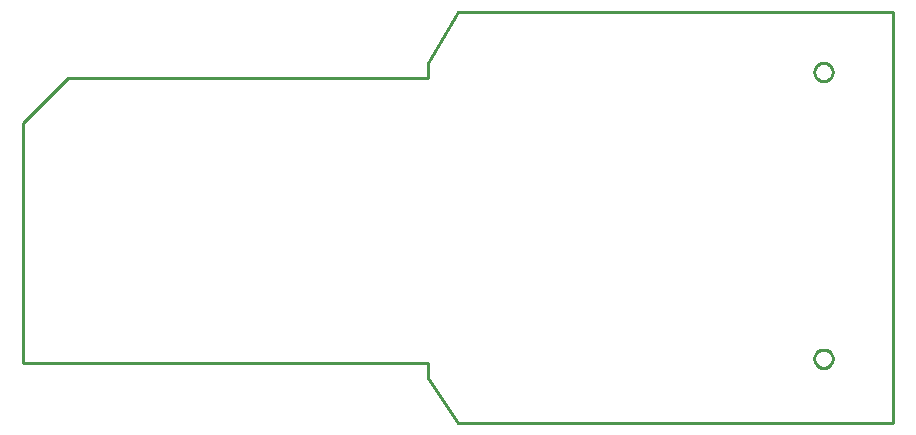
<source format=gbr>
G04 EAGLE Gerber RS-274X export*
G75*
%MOMM*%
%FSLAX34Y34*%
%LPD*%
%IN*%
%IPPOS*%
%AMOC8*
5,1,8,0,0,1.08239X$1,22.5*%
G01*
%ADD10C,0.254000*%


D10*
X0Y38100D02*
X342900Y38100D01*
X342900Y25400D01*
X368300Y-12700D01*
X736600Y-12700D01*
X736600Y335280D01*
X368300Y335280D01*
X342900Y292100D01*
X342900Y279400D01*
X38100Y279400D01*
X0Y241300D01*
X0Y38100D01*
X685250Y284119D02*
X685175Y283361D01*
X685027Y282615D01*
X684806Y281886D01*
X684514Y281182D01*
X684155Y280511D01*
X683732Y279878D01*
X683249Y279289D01*
X682711Y278751D01*
X682122Y278268D01*
X681489Y277845D01*
X680818Y277486D01*
X680114Y277194D01*
X679385Y276973D01*
X678639Y276825D01*
X677881Y276750D01*
X677119Y276750D01*
X676361Y276825D01*
X675615Y276973D01*
X674886Y277194D01*
X674182Y277486D01*
X673511Y277845D01*
X672878Y278268D01*
X672289Y278751D01*
X671751Y279289D01*
X671268Y279878D01*
X670845Y280511D01*
X670486Y281182D01*
X670194Y281886D01*
X669973Y282615D01*
X669825Y283361D01*
X669750Y284119D01*
X669750Y284881D01*
X669825Y285639D01*
X669973Y286385D01*
X670194Y287114D01*
X670486Y287818D01*
X670845Y288489D01*
X671268Y289122D01*
X671751Y289711D01*
X672289Y290249D01*
X672878Y290732D01*
X673511Y291155D01*
X674182Y291514D01*
X674886Y291806D01*
X675615Y292027D01*
X676361Y292175D01*
X677119Y292250D01*
X677881Y292250D01*
X678639Y292175D01*
X679385Y292027D01*
X680114Y291806D01*
X680818Y291514D01*
X681489Y291155D01*
X682122Y290732D01*
X682711Y290249D01*
X683249Y289711D01*
X683732Y289122D01*
X684155Y288489D01*
X684514Y287818D01*
X684806Y287114D01*
X685027Y286385D01*
X685175Y285639D01*
X685250Y284881D01*
X685250Y284119D01*
X685250Y41519D02*
X685175Y40761D01*
X685027Y40015D01*
X684806Y39286D01*
X684514Y38582D01*
X684155Y37911D01*
X683732Y37278D01*
X683249Y36689D01*
X682711Y36151D01*
X682122Y35668D01*
X681489Y35245D01*
X680818Y34886D01*
X680114Y34594D01*
X679385Y34373D01*
X678639Y34225D01*
X677881Y34150D01*
X677119Y34150D01*
X676361Y34225D01*
X675615Y34373D01*
X674886Y34594D01*
X674182Y34886D01*
X673511Y35245D01*
X672878Y35668D01*
X672289Y36151D01*
X671751Y36689D01*
X671268Y37278D01*
X670845Y37911D01*
X670486Y38582D01*
X670194Y39286D01*
X669973Y40015D01*
X669825Y40761D01*
X669750Y41519D01*
X669750Y42281D01*
X669825Y43039D01*
X669973Y43785D01*
X670194Y44514D01*
X670486Y45218D01*
X670845Y45889D01*
X671268Y46522D01*
X671751Y47111D01*
X672289Y47649D01*
X672878Y48132D01*
X673511Y48555D01*
X674182Y48914D01*
X674886Y49206D01*
X675615Y49427D01*
X676361Y49575D01*
X677119Y49650D01*
X677881Y49650D01*
X678639Y49575D01*
X679385Y49427D01*
X680114Y49206D01*
X680818Y48914D01*
X681489Y48555D01*
X682122Y48132D01*
X682711Y47649D01*
X683249Y47111D01*
X683732Y46522D01*
X684155Y45889D01*
X684514Y45218D01*
X684806Y44514D01*
X685027Y43785D01*
X685175Y43039D01*
X685250Y42281D01*
X685250Y41519D01*
M02*

</source>
